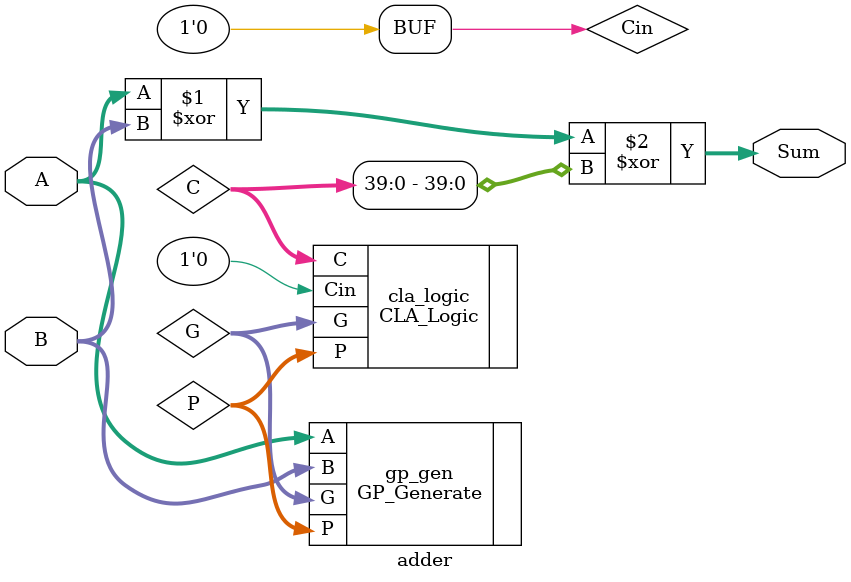
<source format=v>
module adder (
    input [39:0] A,
    input [39:0] B,
    output [39:0] Sum
);
    wire [39:0] G, P;
    wire [40:0] C;
    wire Cin = 1'b0;
    GP_Generate gp_gen (
        .A(A),
        .B(B),
        .G(G),
        .P(P)
    );

    CLA_Logic cla_logic (
        .G(G),
        .P(P),
        .Cin(Cin),
        .C(C)
    );

    assign Sum = A ^ B ^ C[39:0]; 
endmodule

</source>
